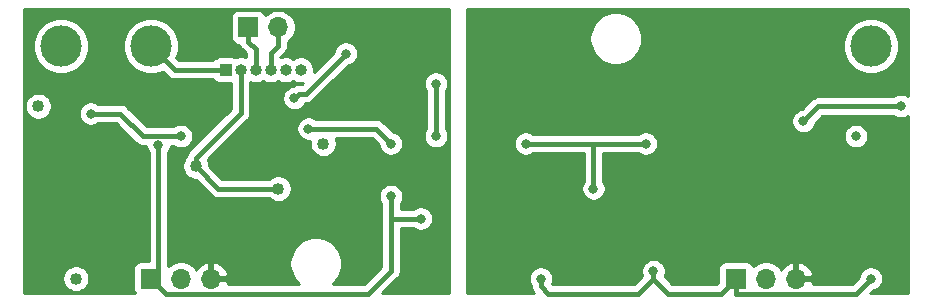
<source format=gbr>
G04 #@! TF.GenerationSoftware,KiCad,Pcbnew,(5.1.5)-3*
G04 #@! TF.CreationDate,2020-05-18T11:13:30-07:00*
G04 #@! TF.ProjectId,Conductivity_Sensor,436f6e64-7563-4746-9976-6974795f5365,rev?*
G04 #@! TF.SameCoordinates,Original*
G04 #@! TF.FileFunction,Copper,L2,Bot*
G04 #@! TF.FilePolarity,Positive*
%FSLAX46Y46*%
G04 Gerber Fmt 4.6, Leading zero omitted, Abs format (unit mm)*
G04 Created by KiCad (PCBNEW (5.1.5)-3) date 2020-05-18 11:13:30*
%MOMM*%
%LPD*%
G04 APERTURE LIST*
%ADD10O,1.700000X1.700000*%
%ADD11R,1.700000X1.700000*%
%ADD12R,1.000000X1.000000*%
%ADD13O,1.000000X1.000000*%
%ADD14C,3.500120*%
%ADD15C,0.800000*%
%ADD16C,1.016000*%
%ADD17C,0.381000*%
%ADD18C,0.254000*%
G04 APERTURE END LIST*
D10*
X123799600Y-53009800D03*
D11*
X121259600Y-53009800D03*
X113030000Y-74295000D03*
D10*
X115570000Y-74295000D03*
X118110000Y-74295000D03*
X167640000Y-74295000D03*
X165100000Y-74295000D03*
D11*
X162560000Y-74295000D03*
D12*
X119354600Y-56616600D03*
D13*
X120624600Y-56616600D03*
X121894600Y-56616600D03*
X123164600Y-56616600D03*
X124434600Y-56616600D03*
X125704600Y-56616600D03*
D14*
X105410000Y-54610000D03*
X113030000Y-54610000D03*
X173990000Y-54610000D03*
D15*
X121920000Y-59690000D03*
X115570000Y-66675000D03*
X109220000Y-69850000D03*
X146050000Y-69215000D03*
X171450000Y-70485000D03*
X153670000Y-70485000D03*
X142240000Y-53340000D03*
X135890000Y-53340000D03*
D16*
X106680000Y-74295000D03*
D15*
X146050000Y-74295000D03*
X173990000Y-74295000D03*
X168275000Y-60960000D03*
X155575000Y-73660000D03*
X126365000Y-61595000D03*
X133350000Y-67310000D03*
X176530000Y-59690000D03*
X113665000Y-63020500D03*
X133350000Y-62865000D03*
X135890000Y-69215000D03*
D16*
X123825000Y-66675000D03*
X116840000Y-64770000D03*
D15*
X107950000Y-60325000D03*
X115570000Y-62230000D03*
X137160000Y-62230000D03*
X137160000Y-57785000D03*
X129540000Y-55245000D03*
X125171200Y-59029600D03*
D16*
X103505000Y-59690000D03*
X127635000Y-62865000D03*
D15*
X144780000Y-62865000D03*
X154940000Y-62865000D03*
X172720000Y-62230000D03*
X150495000Y-66675000D03*
D17*
X169545000Y-59690000D02*
X168275000Y-60960000D01*
X176530000Y-59690000D02*
X169545000Y-59690000D01*
X146050000Y-74295000D02*
X146050000Y-74930000D01*
X146050000Y-74930000D02*
X146685000Y-75565000D01*
X154305000Y-75565000D02*
X155575000Y-74295000D01*
X155575000Y-74295000D02*
X156845000Y-75565000D01*
X161290000Y-75565000D02*
X162560000Y-74295000D01*
X173990000Y-74295000D02*
X172720000Y-75565000D01*
X162599000Y-75565000D02*
X162560000Y-75526000D01*
X162560000Y-75526000D02*
X162560000Y-74295000D01*
X172720000Y-75565000D02*
X162599000Y-75565000D01*
X113665000Y-73660000D02*
X113030000Y-74295000D01*
X113665000Y-63020500D02*
X113665000Y-73660000D01*
X133350000Y-73660000D02*
X131445000Y-75565000D01*
X131445000Y-75565000D02*
X114300000Y-75565000D01*
X114300000Y-75565000D02*
X113030000Y-74295000D01*
X126365000Y-61595000D02*
X132080000Y-61595000D01*
X132080000Y-61595000D02*
X133350000Y-62865000D01*
X133350000Y-67310000D02*
X133350000Y-69215000D01*
X133350000Y-69215000D02*
X133350000Y-73660000D01*
X135890000Y-69215000D02*
X133350000Y-69215000D01*
X146685000Y-75565000D02*
X154305000Y-75565000D01*
X156845000Y-75565000D02*
X161290000Y-75565000D01*
X155575000Y-74295000D02*
X155575000Y-73660000D01*
X114325400Y-55905400D02*
X113030000Y-54610000D01*
X115036600Y-56616600D02*
X113030000Y-54610000D01*
X119354600Y-56616600D02*
X115036600Y-56616600D01*
X123825000Y-66675000D02*
X118745000Y-66675000D01*
X118745000Y-66675000D02*
X116840000Y-64770000D01*
X120624600Y-57323706D02*
X120624600Y-56616600D01*
X120624600Y-60266980D02*
X120624600Y-57323706D01*
X116840000Y-64051580D02*
X120624600Y-60266980D01*
X116840000Y-64770000D02*
X116840000Y-64051580D01*
X121259600Y-53009800D02*
X121259600Y-54240800D01*
X121259600Y-54240800D02*
X121920000Y-54901200D01*
X121894600Y-54926600D02*
X121894600Y-56616600D01*
X121920000Y-54901200D02*
X121894600Y-54926600D01*
X123799600Y-54588694D02*
X123799600Y-53009800D01*
X123164600Y-56616600D02*
X123164600Y-55223694D01*
X123164600Y-55223694D02*
X123799600Y-54588694D01*
X112325685Y-62230000D02*
X115570000Y-62230000D01*
X109855000Y-60325000D02*
X110420685Y-60325000D01*
X110420685Y-60325000D02*
X112325685Y-62230000D01*
X109855000Y-60325000D02*
X107950000Y-60325000D01*
X137160000Y-58420000D02*
X137160000Y-62230000D01*
X137160000Y-57785000D02*
X137160000Y-58420000D01*
X150495000Y-62865000D02*
X150495000Y-66675000D01*
X150495000Y-62865000D02*
X154940000Y-62865000D01*
X144780000Y-62865000D02*
X150495000Y-62865000D01*
X129540000Y-55245000D02*
X127000000Y-57785000D01*
X126155399Y-58629601D02*
X127000000Y-57785000D01*
X125571199Y-58629601D02*
X126155399Y-58629601D01*
X125171200Y-59029600D02*
X125571199Y-58629601D01*
D18*
G36*
X177140001Y-58852806D02*
G01*
X177020256Y-58772795D01*
X176831898Y-58694774D01*
X176631939Y-58655000D01*
X176428061Y-58655000D01*
X176228102Y-58694774D01*
X176039744Y-58772795D01*
X175902497Y-58864500D01*
X169585550Y-58864500D01*
X169544999Y-58860506D01*
X169504449Y-58864500D01*
X169504447Y-58864500D01*
X169383174Y-58876444D01*
X169227566Y-58923647D01*
X169134111Y-58973601D01*
X169084157Y-59000301D01*
X169047694Y-59030226D01*
X168958459Y-59103459D01*
X168932606Y-59134961D01*
X168134996Y-59932572D01*
X167973102Y-59964774D01*
X167784744Y-60042795D01*
X167615226Y-60156063D01*
X167471063Y-60300226D01*
X167357795Y-60469744D01*
X167279774Y-60658102D01*
X167240000Y-60858061D01*
X167240000Y-61061939D01*
X167279774Y-61261898D01*
X167357795Y-61450256D01*
X167471063Y-61619774D01*
X167615226Y-61763937D01*
X167784744Y-61877205D01*
X167973102Y-61955226D01*
X168173061Y-61995000D01*
X168376939Y-61995000D01*
X168576898Y-61955226D01*
X168765256Y-61877205D01*
X168934774Y-61763937D01*
X169078937Y-61619774D01*
X169192205Y-61450256D01*
X169270226Y-61261898D01*
X169302428Y-61100004D01*
X169886933Y-60515500D01*
X175902497Y-60515500D01*
X176039744Y-60607205D01*
X176228102Y-60685226D01*
X176428061Y-60725000D01*
X176631939Y-60725000D01*
X176831898Y-60685226D01*
X177020256Y-60607205D01*
X177140001Y-60527194D01*
X177140000Y-75540000D01*
X173912432Y-75540000D01*
X174130004Y-75322428D01*
X174291898Y-75290226D01*
X174480256Y-75212205D01*
X174649774Y-75098937D01*
X174793937Y-74954774D01*
X174907205Y-74785256D01*
X174985226Y-74596898D01*
X175025000Y-74396939D01*
X175025000Y-74193061D01*
X174985226Y-73993102D01*
X174907205Y-73804744D01*
X174793937Y-73635226D01*
X174649774Y-73491063D01*
X174480256Y-73377795D01*
X174291898Y-73299774D01*
X174091939Y-73260000D01*
X173888061Y-73260000D01*
X173688102Y-73299774D01*
X173499744Y-73377795D01*
X173330226Y-73491063D01*
X173186063Y-73635226D01*
X173072795Y-73804744D01*
X172994774Y-73993102D01*
X172962572Y-74154996D01*
X172378068Y-74739500D01*
X169050403Y-74739500D01*
X169081481Y-74651891D01*
X168960814Y-74422000D01*
X167767000Y-74422000D01*
X167767000Y-74442000D01*
X167513000Y-74442000D01*
X167513000Y-74422000D01*
X167493000Y-74422000D01*
X167493000Y-74168000D01*
X167513000Y-74168000D01*
X167513000Y-72974845D01*
X167767000Y-72974845D01*
X167767000Y-74168000D01*
X168960814Y-74168000D01*
X169081481Y-73938109D01*
X168984157Y-73663748D01*
X168835178Y-73413645D01*
X168640269Y-73197412D01*
X168406920Y-73023359D01*
X168144099Y-72898175D01*
X167996890Y-72853524D01*
X167767000Y-72974845D01*
X167513000Y-72974845D01*
X167283110Y-72853524D01*
X167135901Y-72898175D01*
X166873080Y-73023359D01*
X166639731Y-73197412D01*
X166444822Y-73413645D01*
X166375195Y-73530534D01*
X166253475Y-73348368D01*
X166046632Y-73141525D01*
X165803411Y-72979010D01*
X165533158Y-72867068D01*
X165246260Y-72810000D01*
X164953740Y-72810000D01*
X164666842Y-72867068D01*
X164396589Y-72979010D01*
X164153368Y-73141525D01*
X164021513Y-73273380D01*
X163999502Y-73200820D01*
X163940537Y-73090506D01*
X163861185Y-72993815D01*
X163764494Y-72914463D01*
X163654180Y-72855498D01*
X163534482Y-72819188D01*
X163410000Y-72806928D01*
X161710000Y-72806928D01*
X161585518Y-72819188D01*
X161465820Y-72855498D01*
X161355506Y-72914463D01*
X161258815Y-72993815D01*
X161179463Y-73090506D01*
X161120498Y-73200820D01*
X161084188Y-73320518D01*
X161071928Y-73445000D01*
X161071928Y-74615640D01*
X160948068Y-74739500D01*
X157186933Y-74739500D01*
X156523100Y-74075668D01*
X156570226Y-73961898D01*
X156610000Y-73761939D01*
X156610000Y-73558061D01*
X156570226Y-73358102D01*
X156492205Y-73169744D01*
X156378937Y-73000226D01*
X156234774Y-72856063D01*
X156065256Y-72742795D01*
X155876898Y-72664774D01*
X155676939Y-72625000D01*
X155473061Y-72625000D01*
X155273102Y-72664774D01*
X155084744Y-72742795D01*
X154915226Y-72856063D01*
X154771063Y-73000226D01*
X154657795Y-73169744D01*
X154579774Y-73358102D01*
X154540000Y-73558061D01*
X154540000Y-73761939D01*
X154579774Y-73961898D01*
X154626899Y-74075668D01*
X153963068Y-74739500D01*
X147026933Y-74739500D01*
X146998101Y-74710668D01*
X147045226Y-74596898D01*
X147085000Y-74396939D01*
X147085000Y-74193061D01*
X147045226Y-73993102D01*
X146967205Y-73804744D01*
X146853937Y-73635226D01*
X146709774Y-73491063D01*
X146540256Y-73377795D01*
X146351898Y-73299774D01*
X146151939Y-73260000D01*
X145948061Y-73260000D01*
X145748102Y-73299774D01*
X145559744Y-73377795D01*
X145390226Y-73491063D01*
X145246063Y-73635226D01*
X145132795Y-73804744D01*
X145054774Y-73993102D01*
X145015000Y-74193061D01*
X145015000Y-74396939D01*
X145054774Y-74596898D01*
X145132795Y-74785256D01*
X145221663Y-74918256D01*
X145220506Y-74930000D01*
X145224500Y-74970550D01*
X145224500Y-74970553D01*
X145236444Y-75091826D01*
X145262086Y-75176355D01*
X145283647Y-75247433D01*
X145360301Y-75390842D01*
X145407600Y-75448475D01*
X145463460Y-75516541D01*
X145492045Y-75540000D01*
X139827000Y-75540000D01*
X139827000Y-62763061D01*
X143745000Y-62763061D01*
X143745000Y-62966939D01*
X143784774Y-63166898D01*
X143862795Y-63355256D01*
X143976063Y-63524774D01*
X144120226Y-63668937D01*
X144289744Y-63782205D01*
X144478102Y-63860226D01*
X144678061Y-63900000D01*
X144881939Y-63900000D01*
X145081898Y-63860226D01*
X145270256Y-63782205D01*
X145407503Y-63690500D01*
X149669500Y-63690500D01*
X149669501Y-66047496D01*
X149577795Y-66184744D01*
X149499774Y-66373102D01*
X149460000Y-66573061D01*
X149460000Y-66776939D01*
X149499774Y-66976898D01*
X149577795Y-67165256D01*
X149691063Y-67334774D01*
X149835226Y-67478937D01*
X150004744Y-67592205D01*
X150193102Y-67670226D01*
X150393061Y-67710000D01*
X150596939Y-67710000D01*
X150796898Y-67670226D01*
X150985256Y-67592205D01*
X151154774Y-67478937D01*
X151298937Y-67334774D01*
X151412205Y-67165256D01*
X151490226Y-66976898D01*
X151530000Y-66776939D01*
X151530000Y-66573061D01*
X151490226Y-66373102D01*
X151412205Y-66184744D01*
X151320500Y-66047497D01*
X151320500Y-63690500D01*
X154312497Y-63690500D01*
X154449744Y-63782205D01*
X154638102Y-63860226D01*
X154838061Y-63900000D01*
X155041939Y-63900000D01*
X155241898Y-63860226D01*
X155430256Y-63782205D01*
X155599774Y-63668937D01*
X155743937Y-63524774D01*
X155857205Y-63355256D01*
X155935226Y-63166898D01*
X155975000Y-62966939D01*
X155975000Y-62763061D01*
X155935226Y-62563102D01*
X155857205Y-62374744D01*
X155743937Y-62205226D01*
X155666772Y-62128061D01*
X171685000Y-62128061D01*
X171685000Y-62331939D01*
X171724774Y-62531898D01*
X171802795Y-62720256D01*
X171916063Y-62889774D01*
X172060226Y-63033937D01*
X172229744Y-63147205D01*
X172418102Y-63225226D01*
X172618061Y-63265000D01*
X172821939Y-63265000D01*
X173021898Y-63225226D01*
X173210256Y-63147205D01*
X173379774Y-63033937D01*
X173523937Y-62889774D01*
X173637205Y-62720256D01*
X173715226Y-62531898D01*
X173755000Y-62331939D01*
X173755000Y-62128061D01*
X173715226Y-61928102D01*
X173637205Y-61739744D01*
X173523937Y-61570226D01*
X173379774Y-61426063D01*
X173210256Y-61312795D01*
X173021898Y-61234774D01*
X172821939Y-61195000D01*
X172618061Y-61195000D01*
X172418102Y-61234774D01*
X172229744Y-61312795D01*
X172060226Y-61426063D01*
X171916063Y-61570226D01*
X171802795Y-61739744D01*
X171724774Y-61928102D01*
X171685000Y-62128061D01*
X155666772Y-62128061D01*
X155599774Y-62061063D01*
X155430256Y-61947795D01*
X155241898Y-61869774D01*
X155041939Y-61830000D01*
X154838061Y-61830000D01*
X154638102Y-61869774D01*
X154449744Y-61947795D01*
X154312497Y-62039500D01*
X150535553Y-62039500D01*
X150495000Y-62035506D01*
X150454447Y-62039500D01*
X145407503Y-62039500D01*
X145270256Y-61947795D01*
X145081898Y-61869774D01*
X144881939Y-61830000D01*
X144678061Y-61830000D01*
X144478102Y-61869774D01*
X144289744Y-61947795D01*
X144120226Y-62061063D01*
X143976063Y-62205226D01*
X143862795Y-62374744D01*
X143784774Y-62563102D01*
X143745000Y-62763061D01*
X139827000Y-62763061D01*
X139827000Y-53754872D01*
X150165000Y-53754872D01*
X150165000Y-54195128D01*
X150250890Y-54626925D01*
X150419369Y-55033669D01*
X150663962Y-55399729D01*
X150975271Y-55711038D01*
X151341331Y-55955631D01*
X151748075Y-56124110D01*
X152179872Y-56210000D01*
X152620128Y-56210000D01*
X153051925Y-56124110D01*
X153458669Y-55955631D01*
X153824729Y-55711038D01*
X154136038Y-55399729D01*
X154380631Y-55033669D01*
X154549110Y-54626925D01*
X154599202Y-54375092D01*
X171604940Y-54375092D01*
X171604940Y-54844908D01*
X171696597Y-55305696D01*
X171876387Y-55739749D01*
X172137403Y-56130387D01*
X172469613Y-56462597D01*
X172860251Y-56723613D01*
X173294304Y-56903403D01*
X173755092Y-56995060D01*
X174224908Y-56995060D01*
X174685696Y-56903403D01*
X175119749Y-56723613D01*
X175510387Y-56462597D01*
X175842597Y-56130387D01*
X176103613Y-55739749D01*
X176283403Y-55305696D01*
X176375060Y-54844908D01*
X176375060Y-54375092D01*
X176283403Y-53914304D01*
X176103613Y-53480251D01*
X175842597Y-53089613D01*
X175510387Y-52757403D01*
X175119749Y-52496387D01*
X174685696Y-52316597D01*
X174224908Y-52224940D01*
X173755092Y-52224940D01*
X173294304Y-52316597D01*
X172860251Y-52496387D01*
X172469613Y-52757403D01*
X172137403Y-53089613D01*
X171876387Y-53480251D01*
X171696597Y-53914304D01*
X171604940Y-54375092D01*
X154599202Y-54375092D01*
X154635000Y-54195128D01*
X154635000Y-53754872D01*
X154549110Y-53323075D01*
X154380631Y-52916331D01*
X154136038Y-52550271D01*
X153824729Y-52238962D01*
X153458669Y-51994369D01*
X153051925Y-51825890D01*
X152620128Y-51740000D01*
X152179872Y-51740000D01*
X151748075Y-51825890D01*
X151341331Y-51994369D01*
X150975271Y-52238962D01*
X150663962Y-52550271D01*
X150419369Y-52916331D01*
X150250890Y-53323075D01*
X150165000Y-53754872D01*
X139827000Y-53754872D01*
X139827000Y-51460000D01*
X177140001Y-51460000D01*
X177140001Y-58852806D01*
G37*
X177140001Y-58852806D02*
X177020256Y-58772795D01*
X176831898Y-58694774D01*
X176631939Y-58655000D01*
X176428061Y-58655000D01*
X176228102Y-58694774D01*
X176039744Y-58772795D01*
X175902497Y-58864500D01*
X169585550Y-58864500D01*
X169544999Y-58860506D01*
X169504449Y-58864500D01*
X169504447Y-58864500D01*
X169383174Y-58876444D01*
X169227566Y-58923647D01*
X169134111Y-58973601D01*
X169084157Y-59000301D01*
X169047694Y-59030226D01*
X168958459Y-59103459D01*
X168932606Y-59134961D01*
X168134996Y-59932572D01*
X167973102Y-59964774D01*
X167784744Y-60042795D01*
X167615226Y-60156063D01*
X167471063Y-60300226D01*
X167357795Y-60469744D01*
X167279774Y-60658102D01*
X167240000Y-60858061D01*
X167240000Y-61061939D01*
X167279774Y-61261898D01*
X167357795Y-61450256D01*
X167471063Y-61619774D01*
X167615226Y-61763937D01*
X167784744Y-61877205D01*
X167973102Y-61955226D01*
X168173061Y-61995000D01*
X168376939Y-61995000D01*
X168576898Y-61955226D01*
X168765256Y-61877205D01*
X168934774Y-61763937D01*
X169078937Y-61619774D01*
X169192205Y-61450256D01*
X169270226Y-61261898D01*
X169302428Y-61100004D01*
X169886933Y-60515500D01*
X175902497Y-60515500D01*
X176039744Y-60607205D01*
X176228102Y-60685226D01*
X176428061Y-60725000D01*
X176631939Y-60725000D01*
X176831898Y-60685226D01*
X177020256Y-60607205D01*
X177140001Y-60527194D01*
X177140000Y-75540000D01*
X173912432Y-75540000D01*
X174130004Y-75322428D01*
X174291898Y-75290226D01*
X174480256Y-75212205D01*
X174649774Y-75098937D01*
X174793937Y-74954774D01*
X174907205Y-74785256D01*
X174985226Y-74596898D01*
X175025000Y-74396939D01*
X175025000Y-74193061D01*
X174985226Y-73993102D01*
X174907205Y-73804744D01*
X174793937Y-73635226D01*
X174649774Y-73491063D01*
X174480256Y-73377795D01*
X174291898Y-73299774D01*
X174091939Y-73260000D01*
X173888061Y-73260000D01*
X173688102Y-73299774D01*
X173499744Y-73377795D01*
X173330226Y-73491063D01*
X173186063Y-73635226D01*
X173072795Y-73804744D01*
X172994774Y-73993102D01*
X172962572Y-74154996D01*
X172378068Y-74739500D01*
X169050403Y-74739500D01*
X169081481Y-74651891D01*
X168960814Y-74422000D01*
X167767000Y-74422000D01*
X167767000Y-74442000D01*
X167513000Y-74442000D01*
X167513000Y-74422000D01*
X167493000Y-74422000D01*
X167493000Y-74168000D01*
X167513000Y-74168000D01*
X167513000Y-72974845D01*
X167767000Y-72974845D01*
X167767000Y-74168000D01*
X168960814Y-74168000D01*
X169081481Y-73938109D01*
X168984157Y-73663748D01*
X168835178Y-73413645D01*
X168640269Y-73197412D01*
X168406920Y-73023359D01*
X168144099Y-72898175D01*
X167996890Y-72853524D01*
X167767000Y-72974845D01*
X167513000Y-72974845D01*
X167283110Y-72853524D01*
X167135901Y-72898175D01*
X166873080Y-73023359D01*
X166639731Y-73197412D01*
X166444822Y-73413645D01*
X166375195Y-73530534D01*
X166253475Y-73348368D01*
X166046632Y-73141525D01*
X165803411Y-72979010D01*
X165533158Y-72867068D01*
X165246260Y-72810000D01*
X164953740Y-72810000D01*
X164666842Y-72867068D01*
X164396589Y-72979010D01*
X164153368Y-73141525D01*
X164021513Y-73273380D01*
X163999502Y-73200820D01*
X163940537Y-73090506D01*
X163861185Y-72993815D01*
X163764494Y-72914463D01*
X163654180Y-72855498D01*
X163534482Y-72819188D01*
X163410000Y-72806928D01*
X161710000Y-72806928D01*
X161585518Y-72819188D01*
X161465820Y-72855498D01*
X161355506Y-72914463D01*
X161258815Y-72993815D01*
X161179463Y-73090506D01*
X161120498Y-73200820D01*
X161084188Y-73320518D01*
X161071928Y-73445000D01*
X161071928Y-74615640D01*
X160948068Y-74739500D01*
X157186933Y-74739500D01*
X156523100Y-74075668D01*
X156570226Y-73961898D01*
X156610000Y-73761939D01*
X156610000Y-73558061D01*
X156570226Y-73358102D01*
X156492205Y-73169744D01*
X156378937Y-73000226D01*
X156234774Y-72856063D01*
X156065256Y-72742795D01*
X155876898Y-72664774D01*
X155676939Y-72625000D01*
X155473061Y-72625000D01*
X155273102Y-72664774D01*
X155084744Y-72742795D01*
X154915226Y-72856063D01*
X154771063Y-73000226D01*
X154657795Y-73169744D01*
X154579774Y-73358102D01*
X154540000Y-73558061D01*
X154540000Y-73761939D01*
X154579774Y-73961898D01*
X154626899Y-74075668D01*
X153963068Y-74739500D01*
X147026933Y-74739500D01*
X146998101Y-74710668D01*
X147045226Y-74596898D01*
X147085000Y-74396939D01*
X147085000Y-74193061D01*
X147045226Y-73993102D01*
X146967205Y-73804744D01*
X146853937Y-73635226D01*
X146709774Y-73491063D01*
X146540256Y-73377795D01*
X146351898Y-73299774D01*
X146151939Y-73260000D01*
X145948061Y-73260000D01*
X145748102Y-73299774D01*
X145559744Y-73377795D01*
X145390226Y-73491063D01*
X145246063Y-73635226D01*
X145132795Y-73804744D01*
X145054774Y-73993102D01*
X145015000Y-74193061D01*
X145015000Y-74396939D01*
X145054774Y-74596898D01*
X145132795Y-74785256D01*
X145221663Y-74918256D01*
X145220506Y-74930000D01*
X145224500Y-74970550D01*
X145224500Y-74970553D01*
X145236444Y-75091826D01*
X145262086Y-75176355D01*
X145283647Y-75247433D01*
X145360301Y-75390842D01*
X145407600Y-75448475D01*
X145463460Y-75516541D01*
X145492045Y-75540000D01*
X139827000Y-75540000D01*
X139827000Y-62763061D01*
X143745000Y-62763061D01*
X143745000Y-62966939D01*
X143784774Y-63166898D01*
X143862795Y-63355256D01*
X143976063Y-63524774D01*
X144120226Y-63668937D01*
X144289744Y-63782205D01*
X144478102Y-63860226D01*
X144678061Y-63900000D01*
X144881939Y-63900000D01*
X145081898Y-63860226D01*
X145270256Y-63782205D01*
X145407503Y-63690500D01*
X149669500Y-63690500D01*
X149669501Y-66047496D01*
X149577795Y-66184744D01*
X149499774Y-66373102D01*
X149460000Y-66573061D01*
X149460000Y-66776939D01*
X149499774Y-66976898D01*
X149577795Y-67165256D01*
X149691063Y-67334774D01*
X149835226Y-67478937D01*
X150004744Y-67592205D01*
X150193102Y-67670226D01*
X150393061Y-67710000D01*
X150596939Y-67710000D01*
X150796898Y-67670226D01*
X150985256Y-67592205D01*
X151154774Y-67478937D01*
X151298937Y-67334774D01*
X151412205Y-67165256D01*
X151490226Y-66976898D01*
X151530000Y-66776939D01*
X151530000Y-66573061D01*
X151490226Y-66373102D01*
X151412205Y-66184744D01*
X151320500Y-66047497D01*
X151320500Y-63690500D01*
X154312497Y-63690500D01*
X154449744Y-63782205D01*
X154638102Y-63860226D01*
X154838061Y-63900000D01*
X155041939Y-63900000D01*
X155241898Y-63860226D01*
X155430256Y-63782205D01*
X155599774Y-63668937D01*
X155743937Y-63524774D01*
X155857205Y-63355256D01*
X155935226Y-63166898D01*
X155975000Y-62966939D01*
X155975000Y-62763061D01*
X155935226Y-62563102D01*
X155857205Y-62374744D01*
X155743937Y-62205226D01*
X155666772Y-62128061D01*
X171685000Y-62128061D01*
X171685000Y-62331939D01*
X171724774Y-62531898D01*
X171802795Y-62720256D01*
X171916063Y-62889774D01*
X172060226Y-63033937D01*
X172229744Y-63147205D01*
X172418102Y-63225226D01*
X172618061Y-63265000D01*
X172821939Y-63265000D01*
X173021898Y-63225226D01*
X173210256Y-63147205D01*
X173379774Y-63033937D01*
X173523937Y-62889774D01*
X173637205Y-62720256D01*
X173715226Y-62531898D01*
X173755000Y-62331939D01*
X173755000Y-62128061D01*
X173715226Y-61928102D01*
X173637205Y-61739744D01*
X173523937Y-61570226D01*
X173379774Y-61426063D01*
X173210256Y-61312795D01*
X173021898Y-61234774D01*
X172821939Y-61195000D01*
X172618061Y-61195000D01*
X172418102Y-61234774D01*
X172229744Y-61312795D01*
X172060226Y-61426063D01*
X171916063Y-61570226D01*
X171802795Y-61739744D01*
X171724774Y-61928102D01*
X171685000Y-62128061D01*
X155666772Y-62128061D01*
X155599774Y-62061063D01*
X155430256Y-61947795D01*
X155241898Y-61869774D01*
X155041939Y-61830000D01*
X154838061Y-61830000D01*
X154638102Y-61869774D01*
X154449744Y-61947795D01*
X154312497Y-62039500D01*
X150535553Y-62039500D01*
X150495000Y-62035506D01*
X150454447Y-62039500D01*
X145407503Y-62039500D01*
X145270256Y-61947795D01*
X145081898Y-61869774D01*
X144881939Y-61830000D01*
X144678061Y-61830000D01*
X144478102Y-61869774D01*
X144289744Y-61947795D01*
X144120226Y-62061063D01*
X143976063Y-62205226D01*
X143862795Y-62374744D01*
X143784774Y-62563102D01*
X143745000Y-62763061D01*
X139827000Y-62763061D01*
X139827000Y-53754872D01*
X150165000Y-53754872D01*
X150165000Y-54195128D01*
X150250890Y-54626925D01*
X150419369Y-55033669D01*
X150663962Y-55399729D01*
X150975271Y-55711038D01*
X151341331Y-55955631D01*
X151748075Y-56124110D01*
X152179872Y-56210000D01*
X152620128Y-56210000D01*
X153051925Y-56124110D01*
X153458669Y-55955631D01*
X153824729Y-55711038D01*
X154136038Y-55399729D01*
X154380631Y-55033669D01*
X154549110Y-54626925D01*
X154599202Y-54375092D01*
X171604940Y-54375092D01*
X171604940Y-54844908D01*
X171696597Y-55305696D01*
X171876387Y-55739749D01*
X172137403Y-56130387D01*
X172469613Y-56462597D01*
X172860251Y-56723613D01*
X173294304Y-56903403D01*
X173755092Y-56995060D01*
X174224908Y-56995060D01*
X174685696Y-56903403D01*
X175119749Y-56723613D01*
X175510387Y-56462597D01*
X175842597Y-56130387D01*
X176103613Y-55739749D01*
X176283403Y-55305696D01*
X176375060Y-54844908D01*
X176375060Y-54375092D01*
X176283403Y-53914304D01*
X176103613Y-53480251D01*
X175842597Y-53089613D01*
X175510387Y-52757403D01*
X175119749Y-52496387D01*
X174685696Y-52316597D01*
X174224908Y-52224940D01*
X173755092Y-52224940D01*
X173294304Y-52316597D01*
X172860251Y-52496387D01*
X172469613Y-52757403D01*
X172137403Y-53089613D01*
X171876387Y-53480251D01*
X171696597Y-53914304D01*
X171604940Y-54375092D01*
X154599202Y-54375092D01*
X154635000Y-54195128D01*
X154635000Y-53754872D01*
X154549110Y-53323075D01*
X154380631Y-52916331D01*
X154136038Y-52550271D01*
X153824729Y-52238962D01*
X153458669Y-51994369D01*
X153051925Y-51825890D01*
X152620128Y-51740000D01*
X152179872Y-51740000D01*
X151748075Y-51825890D01*
X151341331Y-51994369D01*
X150975271Y-52238962D01*
X150663962Y-52550271D01*
X150419369Y-52916331D01*
X150250890Y-53323075D01*
X150165000Y-53754872D01*
X139827000Y-53754872D01*
X139827000Y-51460000D01*
X177140001Y-51460000D01*
X177140001Y-58852806D01*
G36*
X138303000Y-75540000D02*
G01*
X132637433Y-75540000D01*
X133905045Y-74272389D01*
X133936541Y-74246541D01*
X133962389Y-74215045D01*
X133962392Y-74215042D01*
X134039699Y-74120843D01*
X134116353Y-73977434D01*
X134159815Y-73834158D01*
X134163556Y-73821826D01*
X134175500Y-73700553D01*
X134175500Y-73700551D01*
X134179494Y-73660000D01*
X134175500Y-73619450D01*
X134175500Y-70040500D01*
X135262497Y-70040500D01*
X135399744Y-70132205D01*
X135588102Y-70210226D01*
X135788061Y-70250000D01*
X135991939Y-70250000D01*
X136191898Y-70210226D01*
X136380256Y-70132205D01*
X136549774Y-70018937D01*
X136693937Y-69874774D01*
X136807205Y-69705256D01*
X136885226Y-69516898D01*
X136925000Y-69316939D01*
X136925000Y-69113061D01*
X136885226Y-68913102D01*
X136807205Y-68724744D01*
X136693937Y-68555226D01*
X136549774Y-68411063D01*
X136380256Y-68297795D01*
X136191898Y-68219774D01*
X135991939Y-68180000D01*
X135788061Y-68180000D01*
X135588102Y-68219774D01*
X135399744Y-68297795D01*
X135262497Y-68389500D01*
X134175500Y-68389500D01*
X134175500Y-67937503D01*
X134267205Y-67800256D01*
X134345226Y-67611898D01*
X134385000Y-67411939D01*
X134385000Y-67208061D01*
X134345226Y-67008102D01*
X134267205Y-66819744D01*
X134153937Y-66650226D01*
X134009774Y-66506063D01*
X133840256Y-66392795D01*
X133651898Y-66314774D01*
X133451939Y-66275000D01*
X133248061Y-66275000D01*
X133048102Y-66314774D01*
X132859744Y-66392795D01*
X132690226Y-66506063D01*
X132546063Y-66650226D01*
X132432795Y-66819744D01*
X132354774Y-67008102D01*
X132315000Y-67208061D01*
X132315000Y-67411939D01*
X132354774Y-67611898D01*
X132432795Y-67800256D01*
X132524500Y-67937503D01*
X132524501Y-69174437D01*
X132520506Y-69215000D01*
X132524500Y-69255553D01*
X132524501Y-73318065D01*
X131103068Y-74739500D01*
X128446267Y-74739500D01*
X128736038Y-74449729D01*
X128980631Y-74083669D01*
X129149110Y-73676925D01*
X129235000Y-73245128D01*
X129235000Y-72804872D01*
X129149110Y-72373075D01*
X128980631Y-71966331D01*
X128736038Y-71600271D01*
X128424729Y-71288962D01*
X128058669Y-71044369D01*
X127651925Y-70875890D01*
X127220128Y-70790000D01*
X126779872Y-70790000D01*
X126348075Y-70875890D01*
X125941331Y-71044369D01*
X125575271Y-71288962D01*
X125263962Y-71600271D01*
X125019369Y-71966331D01*
X124850890Y-72373075D01*
X124765000Y-72804872D01*
X124765000Y-73245128D01*
X124850890Y-73676925D01*
X125019369Y-74083669D01*
X125263962Y-74449729D01*
X125553733Y-74739500D01*
X119520403Y-74739500D01*
X119551481Y-74651891D01*
X119430814Y-74422000D01*
X118237000Y-74422000D01*
X118237000Y-74442000D01*
X117983000Y-74442000D01*
X117983000Y-74422000D01*
X117963000Y-74422000D01*
X117963000Y-74168000D01*
X117983000Y-74168000D01*
X117983000Y-72974845D01*
X118237000Y-72974845D01*
X118237000Y-74168000D01*
X119430814Y-74168000D01*
X119551481Y-73938109D01*
X119454157Y-73663748D01*
X119305178Y-73413645D01*
X119110269Y-73197412D01*
X118876920Y-73023359D01*
X118614099Y-72898175D01*
X118466890Y-72853524D01*
X118237000Y-72974845D01*
X117983000Y-72974845D01*
X117753110Y-72853524D01*
X117605901Y-72898175D01*
X117343080Y-73023359D01*
X117109731Y-73197412D01*
X116914822Y-73413645D01*
X116845195Y-73530534D01*
X116723475Y-73348368D01*
X116516632Y-73141525D01*
X116273411Y-72979010D01*
X116003158Y-72867068D01*
X115716260Y-72810000D01*
X115423740Y-72810000D01*
X115136842Y-72867068D01*
X114866589Y-72979010D01*
X114623368Y-73141525D01*
X114491513Y-73273380D01*
X114490500Y-73270041D01*
X114490500Y-63648003D01*
X114582205Y-63510756D01*
X114660226Y-63322398D01*
X114700000Y-63122439D01*
X114700000Y-63055500D01*
X114942497Y-63055500D01*
X115079744Y-63147205D01*
X115268102Y-63225226D01*
X115468061Y-63265000D01*
X115671939Y-63265000D01*
X115871898Y-63225226D01*
X116060256Y-63147205D01*
X116229774Y-63033937D01*
X116373937Y-62889774D01*
X116487205Y-62720256D01*
X116565226Y-62531898D01*
X116605000Y-62331939D01*
X116605000Y-62128061D01*
X116565226Y-61928102D01*
X116487205Y-61739744D01*
X116373937Y-61570226D01*
X116229774Y-61426063D01*
X116060256Y-61312795D01*
X115871898Y-61234774D01*
X115671939Y-61195000D01*
X115468061Y-61195000D01*
X115268102Y-61234774D01*
X115079744Y-61312795D01*
X114942497Y-61404500D01*
X112667619Y-61404500D01*
X111033083Y-59769966D01*
X111007226Y-59738459D01*
X110881527Y-59635301D01*
X110738119Y-59558647D01*
X110582511Y-59511444D01*
X110461238Y-59499500D01*
X110461235Y-59499500D01*
X110420685Y-59495506D01*
X110380135Y-59499500D01*
X108577503Y-59499500D01*
X108440256Y-59407795D01*
X108251898Y-59329774D01*
X108051939Y-59290000D01*
X107848061Y-59290000D01*
X107648102Y-59329774D01*
X107459744Y-59407795D01*
X107290226Y-59521063D01*
X107146063Y-59665226D01*
X107032795Y-59834744D01*
X106954774Y-60023102D01*
X106915000Y-60223061D01*
X106915000Y-60426939D01*
X106954774Y-60626898D01*
X107032795Y-60815256D01*
X107146063Y-60984774D01*
X107290226Y-61128937D01*
X107459744Y-61242205D01*
X107648102Y-61320226D01*
X107848061Y-61360000D01*
X108051939Y-61360000D01*
X108251898Y-61320226D01*
X108440256Y-61242205D01*
X108577503Y-61150500D01*
X110078753Y-61150500D01*
X111713296Y-62785045D01*
X111739144Y-62816541D01*
X111770640Y-62842389D01*
X111770643Y-62842392D01*
X111864842Y-62919699D01*
X111973122Y-62977576D01*
X112008251Y-62996353D01*
X112163859Y-63043556D01*
X112285132Y-63055500D01*
X112285134Y-63055500D01*
X112325685Y-63059494D01*
X112366235Y-63055500D01*
X112630000Y-63055500D01*
X112630000Y-63122439D01*
X112669774Y-63322398D01*
X112747795Y-63510756D01*
X112839500Y-63648003D01*
X112839501Y-72806928D01*
X112180000Y-72806928D01*
X112055518Y-72819188D01*
X111935820Y-72855498D01*
X111825506Y-72914463D01*
X111728815Y-72993815D01*
X111649463Y-73090506D01*
X111590498Y-73200820D01*
X111554188Y-73320518D01*
X111541928Y-73445000D01*
X111541928Y-75145000D01*
X111554188Y-75269482D01*
X111590498Y-75389180D01*
X111649463Y-75499494D01*
X111682705Y-75540000D01*
X102260000Y-75540000D01*
X102260000Y-74182424D01*
X105537000Y-74182424D01*
X105537000Y-74407576D01*
X105580925Y-74628401D01*
X105667087Y-74836413D01*
X105792174Y-75023620D01*
X105951380Y-75182826D01*
X106138587Y-75307913D01*
X106346599Y-75394075D01*
X106567424Y-75438000D01*
X106792576Y-75438000D01*
X107013401Y-75394075D01*
X107221413Y-75307913D01*
X107408620Y-75182826D01*
X107567826Y-75023620D01*
X107692913Y-74836413D01*
X107779075Y-74628401D01*
X107823000Y-74407576D01*
X107823000Y-74182424D01*
X107779075Y-73961599D01*
X107692913Y-73753587D01*
X107567826Y-73566380D01*
X107408620Y-73407174D01*
X107221413Y-73282087D01*
X107013401Y-73195925D01*
X106792576Y-73152000D01*
X106567424Y-73152000D01*
X106346599Y-73195925D01*
X106138587Y-73282087D01*
X105951380Y-73407174D01*
X105792174Y-73566380D01*
X105667087Y-73753587D01*
X105580925Y-73961599D01*
X105537000Y-74182424D01*
X102260000Y-74182424D01*
X102260000Y-59577424D01*
X102362000Y-59577424D01*
X102362000Y-59802576D01*
X102405925Y-60023401D01*
X102492087Y-60231413D01*
X102617174Y-60418620D01*
X102776380Y-60577826D01*
X102963587Y-60702913D01*
X103171599Y-60789075D01*
X103392424Y-60833000D01*
X103617576Y-60833000D01*
X103838401Y-60789075D01*
X104046413Y-60702913D01*
X104233620Y-60577826D01*
X104392826Y-60418620D01*
X104517913Y-60231413D01*
X104604075Y-60023401D01*
X104648000Y-59802576D01*
X104648000Y-59577424D01*
X104604075Y-59356599D01*
X104517913Y-59148587D01*
X104392826Y-58961380D01*
X104233620Y-58802174D01*
X104046413Y-58677087D01*
X103838401Y-58590925D01*
X103617576Y-58547000D01*
X103392424Y-58547000D01*
X103171599Y-58590925D01*
X102963587Y-58677087D01*
X102776380Y-58802174D01*
X102617174Y-58961380D01*
X102492087Y-59148587D01*
X102405925Y-59356599D01*
X102362000Y-59577424D01*
X102260000Y-59577424D01*
X102260000Y-54375092D01*
X103024940Y-54375092D01*
X103024940Y-54844908D01*
X103116597Y-55305696D01*
X103296387Y-55739749D01*
X103557403Y-56130387D01*
X103889613Y-56462597D01*
X104280251Y-56723613D01*
X104714304Y-56903403D01*
X105175092Y-56995060D01*
X105644908Y-56995060D01*
X106105696Y-56903403D01*
X106539749Y-56723613D01*
X106930387Y-56462597D01*
X107262597Y-56130387D01*
X107523613Y-55739749D01*
X107703403Y-55305696D01*
X107795060Y-54844908D01*
X107795060Y-54375092D01*
X110644940Y-54375092D01*
X110644940Y-54844908D01*
X110736597Y-55305696D01*
X110916387Y-55739749D01*
X111177403Y-56130387D01*
X111509613Y-56462597D01*
X111900251Y-56723613D01*
X112334304Y-56903403D01*
X112795092Y-56995060D01*
X113264908Y-56995060D01*
X113725696Y-56903403D01*
X114029946Y-56777379D01*
X114424206Y-57171639D01*
X114450059Y-57203141D01*
X114514196Y-57255777D01*
X114575757Y-57306299D01*
X114684190Y-57364258D01*
X114719166Y-57382953D01*
X114874774Y-57430156D01*
X114996047Y-57442100D01*
X114996049Y-57442100D01*
X115036600Y-57446094D01*
X115077150Y-57442100D01*
X118308565Y-57442100D01*
X118324063Y-57471094D01*
X118403415Y-57567785D01*
X118500106Y-57647137D01*
X118610420Y-57706102D01*
X118730118Y-57742412D01*
X118854600Y-57754672D01*
X119799101Y-57754672D01*
X119799100Y-59925046D01*
X116284961Y-63439187D01*
X116253460Y-63465039D01*
X116227609Y-63496539D01*
X116150301Y-63590738D01*
X116073647Y-63734147D01*
X116059069Y-63782205D01*
X116026444Y-63889754D01*
X116017993Y-63975561D01*
X115952174Y-64041380D01*
X115827087Y-64228587D01*
X115740925Y-64436599D01*
X115697000Y-64657424D01*
X115697000Y-64882576D01*
X115740925Y-65103401D01*
X115827087Y-65311413D01*
X115952174Y-65498620D01*
X116111380Y-65657826D01*
X116298587Y-65782913D01*
X116506599Y-65869075D01*
X116727424Y-65913000D01*
X116815567Y-65913000D01*
X118132611Y-67230045D01*
X118158459Y-67261541D01*
X118189955Y-67287389D01*
X118189958Y-67287392D01*
X118284157Y-67364699D01*
X118427566Y-67441353D01*
X118583174Y-67488556D01*
X118704447Y-67500500D01*
X118704449Y-67500500D01*
X118745000Y-67504494D01*
X118785550Y-67500500D01*
X123034054Y-67500500D01*
X123096380Y-67562826D01*
X123283587Y-67687913D01*
X123491599Y-67774075D01*
X123712424Y-67818000D01*
X123937576Y-67818000D01*
X124158401Y-67774075D01*
X124366413Y-67687913D01*
X124553620Y-67562826D01*
X124712826Y-67403620D01*
X124837913Y-67216413D01*
X124924075Y-67008401D01*
X124968000Y-66787576D01*
X124968000Y-66562424D01*
X124924075Y-66341599D01*
X124837913Y-66133587D01*
X124712826Y-65946380D01*
X124553620Y-65787174D01*
X124366413Y-65662087D01*
X124158401Y-65575925D01*
X123937576Y-65532000D01*
X123712424Y-65532000D01*
X123491599Y-65575925D01*
X123283587Y-65662087D01*
X123096380Y-65787174D01*
X123034054Y-65849500D01*
X119086934Y-65849500D01*
X117983000Y-64745567D01*
X117983000Y-64657424D01*
X117939075Y-64436599D01*
X117852913Y-64228587D01*
X117843906Y-64215107D01*
X120565952Y-61493061D01*
X125330000Y-61493061D01*
X125330000Y-61696939D01*
X125369774Y-61896898D01*
X125447795Y-62085256D01*
X125561063Y-62254774D01*
X125705226Y-62398937D01*
X125874744Y-62512205D01*
X126063102Y-62590226D01*
X126263061Y-62630000D01*
X126466939Y-62630000D01*
X126518387Y-62619766D01*
X126492000Y-62752424D01*
X126492000Y-62977576D01*
X126535925Y-63198401D01*
X126622087Y-63406413D01*
X126747174Y-63593620D01*
X126906380Y-63752826D01*
X127093587Y-63877913D01*
X127301599Y-63964075D01*
X127522424Y-64008000D01*
X127747576Y-64008000D01*
X127968401Y-63964075D01*
X128176413Y-63877913D01*
X128363620Y-63752826D01*
X128522826Y-63593620D01*
X128647913Y-63406413D01*
X128734075Y-63198401D01*
X128778000Y-62977576D01*
X128778000Y-62752424D01*
X128734075Y-62531599D01*
X128688056Y-62420500D01*
X131738068Y-62420500D01*
X132322572Y-63005004D01*
X132354774Y-63166898D01*
X132432795Y-63355256D01*
X132546063Y-63524774D01*
X132690226Y-63668937D01*
X132859744Y-63782205D01*
X133048102Y-63860226D01*
X133248061Y-63900000D01*
X133451939Y-63900000D01*
X133651898Y-63860226D01*
X133840256Y-63782205D01*
X134009774Y-63668937D01*
X134153937Y-63524774D01*
X134267205Y-63355256D01*
X134345226Y-63166898D01*
X134385000Y-62966939D01*
X134385000Y-62763061D01*
X134345226Y-62563102D01*
X134267205Y-62374744D01*
X134153937Y-62205226D01*
X134009774Y-62061063D01*
X133840256Y-61947795D01*
X133651898Y-61869774D01*
X133490004Y-61837572D01*
X132692398Y-61039966D01*
X132666541Y-61008459D01*
X132540842Y-60905301D01*
X132397434Y-60828647D01*
X132241826Y-60781444D01*
X132120553Y-60769500D01*
X132120550Y-60769500D01*
X132080000Y-60765506D01*
X132039450Y-60769500D01*
X126992503Y-60769500D01*
X126855256Y-60677795D01*
X126666898Y-60599774D01*
X126466939Y-60560000D01*
X126263061Y-60560000D01*
X126063102Y-60599774D01*
X125874744Y-60677795D01*
X125705226Y-60791063D01*
X125561063Y-60935226D01*
X125447795Y-61104744D01*
X125369774Y-61293102D01*
X125330000Y-61493061D01*
X120565952Y-61493061D01*
X121179646Y-60879368D01*
X121211141Y-60853521D01*
X121236989Y-60822025D01*
X121236992Y-60822022D01*
X121314299Y-60727823D01*
X121390953Y-60584414D01*
X121398359Y-60560000D01*
X121438156Y-60428806D01*
X121450100Y-60307533D01*
X121450100Y-60307531D01*
X121454094Y-60266980D01*
X121450100Y-60226430D01*
X121450100Y-57660997D01*
X121563533Y-57707983D01*
X121782812Y-57751600D01*
X122006388Y-57751600D01*
X122225667Y-57707983D01*
X122432224Y-57622424D01*
X122529600Y-57557359D01*
X122626976Y-57622424D01*
X122833533Y-57707983D01*
X123052812Y-57751600D01*
X123276388Y-57751600D01*
X123495667Y-57707983D01*
X123702224Y-57622424D01*
X123799600Y-57557359D01*
X123896976Y-57622424D01*
X124103533Y-57707983D01*
X124322812Y-57751600D01*
X124546388Y-57751600D01*
X124765667Y-57707983D01*
X124972224Y-57622424D01*
X125069600Y-57557359D01*
X125166976Y-57622424D01*
X125373533Y-57707983D01*
X125592812Y-57751600D01*
X125816388Y-57751600D01*
X125878278Y-57739289D01*
X125813467Y-57804101D01*
X125611749Y-57804101D01*
X125571198Y-57800107D01*
X125530648Y-57804101D01*
X125530646Y-57804101D01*
X125409373Y-57816045D01*
X125253765Y-57863248D01*
X125110357Y-57939902D01*
X125035532Y-58001309D01*
X124869302Y-58034374D01*
X124680944Y-58112395D01*
X124511426Y-58225663D01*
X124367263Y-58369826D01*
X124253995Y-58539344D01*
X124175974Y-58727702D01*
X124136200Y-58927661D01*
X124136200Y-59131539D01*
X124175974Y-59331498D01*
X124253995Y-59519856D01*
X124367263Y-59689374D01*
X124511426Y-59833537D01*
X124680944Y-59946805D01*
X124869302Y-60024826D01*
X125069261Y-60064600D01*
X125273139Y-60064600D01*
X125473098Y-60024826D01*
X125661456Y-59946805D01*
X125830974Y-59833537D01*
X125975137Y-59689374D01*
X126088405Y-59519856D01*
X126115213Y-59455137D01*
X126155399Y-59459095D01*
X126195949Y-59455101D01*
X126195952Y-59455101D01*
X126317225Y-59443157D01*
X126472833Y-59395954D01*
X126616241Y-59319300D01*
X126741940Y-59216142D01*
X126767797Y-59184635D01*
X127612391Y-58340042D01*
X127612395Y-58340037D01*
X128269371Y-57683061D01*
X136125000Y-57683061D01*
X136125000Y-57886939D01*
X136164774Y-58086898D01*
X136242795Y-58275256D01*
X136334500Y-58412503D01*
X136334501Y-61602496D01*
X136242795Y-61739744D01*
X136164774Y-61928102D01*
X136125000Y-62128061D01*
X136125000Y-62331939D01*
X136164774Y-62531898D01*
X136242795Y-62720256D01*
X136356063Y-62889774D01*
X136500226Y-63033937D01*
X136669744Y-63147205D01*
X136858102Y-63225226D01*
X137058061Y-63265000D01*
X137261939Y-63265000D01*
X137461898Y-63225226D01*
X137650256Y-63147205D01*
X137819774Y-63033937D01*
X137963937Y-62889774D01*
X138077205Y-62720256D01*
X138155226Y-62531898D01*
X138195000Y-62331939D01*
X138195000Y-62128061D01*
X138155226Y-61928102D01*
X138077205Y-61739744D01*
X137985500Y-61602497D01*
X137985500Y-58412503D01*
X138077205Y-58275256D01*
X138155226Y-58086898D01*
X138195000Y-57886939D01*
X138195000Y-57683061D01*
X138155226Y-57483102D01*
X138077205Y-57294744D01*
X137963937Y-57125226D01*
X137819774Y-56981063D01*
X137650256Y-56867795D01*
X137461898Y-56789774D01*
X137261939Y-56750000D01*
X137058061Y-56750000D01*
X136858102Y-56789774D01*
X136669744Y-56867795D01*
X136500226Y-56981063D01*
X136356063Y-57125226D01*
X136242795Y-57294744D01*
X136164774Y-57483102D01*
X136125000Y-57683061D01*
X128269371Y-57683061D01*
X129680004Y-56272428D01*
X129841898Y-56240226D01*
X130030256Y-56162205D01*
X130199774Y-56048937D01*
X130343937Y-55904774D01*
X130457205Y-55735256D01*
X130535226Y-55546898D01*
X130575000Y-55346939D01*
X130575000Y-55143061D01*
X130535226Y-54943102D01*
X130457205Y-54754744D01*
X130343937Y-54585226D01*
X130199774Y-54441063D01*
X130030256Y-54327795D01*
X129841898Y-54249774D01*
X129641939Y-54210000D01*
X129438061Y-54210000D01*
X129238102Y-54249774D01*
X129049744Y-54327795D01*
X128880226Y-54441063D01*
X128736063Y-54585226D01*
X128622795Y-54754744D01*
X128544774Y-54943102D01*
X128512572Y-55104996D01*
X126827289Y-56790279D01*
X126839600Y-56728388D01*
X126839600Y-56504812D01*
X126795983Y-56285533D01*
X126710424Y-56078976D01*
X126586212Y-55893080D01*
X126428120Y-55734988D01*
X126242224Y-55610776D01*
X126035667Y-55525217D01*
X125816388Y-55481600D01*
X125592812Y-55481600D01*
X125373533Y-55525217D01*
X125166976Y-55610776D01*
X125069600Y-55675841D01*
X124972224Y-55610776D01*
X124765667Y-55525217D01*
X124546388Y-55481600D01*
X124322812Y-55481600D01*
X124103533Y-55525217D01*
X123990100Y-55572203D01*
X123990100Y-55565627D01*
X124354645Y-55201082D01*
X124386141Y-55175235D01*
X124411989Y-55143739D01*
X124411992Y-55143736D01*
X124489299Y-55049537D01*
X124565953Y-54906128D01*
X124584524Y-54844908D01*
X124613156Y-54750520D01*
X124625100Y-54629247D01*
X124625100Y-54629245D01*
X124629094Y-54588694D01*
X124625100Y-54548144D01*
X124625100Y-54244213D01*
X124746232Y-54163275D01*
X124953075Y-53956432D01*
X125115590Y-53713211D01*
X125227532Y-53442958D01*
X125284600Y-53156060D01*
X125284600Y-52863540D01*
X125227532Y-52576642D01*
X125115590Y-52306389D01*
X124953075Y-52063168D01*
X124746232Y-51856325D01*
X124503011Y-51693810D01*
X124232758Y-51581868D01*
X123945860Y-51524800D01*
X123653340Y-51524800D01*
X123366442Y-51581868D01*
X123096189Y-51693810D01*
X122852968Y-51856325D01*
X122721113Y-51988180D01*
X122699102Y-51915620D01*
X122640137Y-51805306D01*
X122560785Y-51708615D01*
X122464094Y-51629263D01*
X122353780Y-51570298D01*
X122234082Y-51533988D01*
X122109600Y-51521728D01*
X120409600Y-51521728D01*
X120285118Y-51533988D01*
X120165420Y-51570298D01*
X120055106Y-51629263D01*
X119958415Y-51708615D01*
X119879063Y-51805306D01*
X119820098Y-51915620D01*
X119783788Y-52035318D01*
X119771528Y-52159800D01*
X119771528Y-53859800D01*
X119783788Y-53984282D01*
X119820098Y-54103980D01*
X119879063Y-54214294D01*
X119958415Y-54310985D01*
X120055106Y-54390337D01*
X120165420Y-54449302D01*
X120285118Y-54485612D01*
X120409600Y-54497872D01*
X120474937Y-54497872D01*
X120493247Y-54558233D01*
X120569901Y-54701642D01*
X120621713Y-54764774D01*
X120673060Y-54827341D01*
X120704561Y-54853193D01*
X121069100Y-55217733D01*
X121069100Y-55572203D01*
X120955667Y-55525217D01*
X120736388Y-55481600D01*
X120512812Y-55481600D01*
X120293533Y-55525217D01*
X120181826Y-55571488D01*
X120098780Y-55527098D01*
X119979082Y-55490788D01*
X119854600Y-55478528D01*
X118854600Y-55478528D01*
X118730118Y-55490788D01*
X118610420Y-55527098D01*
X118500106Y-55586063D01*
X118403415Y-55665415D01*
X118324063Y-55762106D01*
X118308565Y-55791100D01*
X115378533Y-55791100D01*
X115197379Y-55609946D01*
X115323403Y-55305696D01*
X115415060Y-54844908D01*
X115415060Y-54375092D01*
X115323403Y-53914304D01*
X115143613Y-53480251D01*
X114882597Y-53089613D01*
X114550387Y-52757403D01*
X114159749Y-52496387D01*
X113725696Y-52316597D01*
X113264908Y-52224940D01*
X112795092Y-52224940D01*
X112334304Y-52316597D01*
X111900251Y-52496387D01*
X111509613Y-52757403D01*
X111177403Y-53089613D01*
X110916387Y-53480251D01*
X110736597Y-53914304D01*
X110644940Y-54375092D01*
X107795060Y-54375092D01*
X107703403Y-53914304D01*
X107523613Y-53480251D01*
X107262597Y-53089613D01*
X106930387Y-52757403D01*
X106539749Y-52496387D01*
X106105696Y-52316597D01*
X105644908Y-52224940D01*
X105175092Y-52224940D01*
X104714304Y-52316597D01*
X104280251Y-52496387D01*
X103889613Y-52757403D01*
X103557403Y-53089613D01*
X103296387Y-53480251D01*
X103116597Y-53914304D01*
X103024940Y-54375092D01*
X102260000Y-54375092D01*
X102260000Y-51460000D01*
X138303000Y-51460000D01*
X138303000Y-75540000D01*
G37*
X138303000Y-75540000D02*
X132637433Y-75540000D01*
X133905045Y-74272389D01*
X133936541Y-74246541D01*
X133962389Y-74215045D01*
X133962392Y-74215042D01*
X134039699Y-74120843D01*
X134116353Y-73977434D01*
X134159815Y-73834158D01*
X134163556Y-73821826D01*
X134175500Y-73700553D01*
X134175500Y-73700551D01*
X134179494Y-73660000D01*
X134175500Y-73619450D01*
X134175500Y-70040500D01*
X135262497Y-70040500D01*
X135399744Y-70132205D01*
X135588102Y-70210226D01*
X135788061Y-70250000D01*
X135991939Y-70250000D01*
X136191898Y-70210226D01*
X136380256Y-70132205D01*
X136549774Y-70018937D01*
X136693937Y-69874774D01*
X136807205Y-69705256D01*
X136885226Y-69516898D01*
X136925000Y-69316939D01*
X136925000Y-69113061D01*
X136885226Y-68913102D01*
X136807205Y-68724744D01*
X136693937Y-68555226D01*
X136549774Y-68411063D01*
X136380256Y-68297795D01*
X136191898Y-68219774D01*
X135991939Y-68180000D01*
X135788061Y-68180000D01*
X135588102Y-68219774D01*
X135399744Y-68297795D01*
X135262497Y-68389500D01*
X134175500Y-68389500D01*
X134175500Y-67937503D01*
X134267205Y-67800256D01*
X134345226Y-67611898D01*
X134385000Y-67411939D01*
X134385000Y-67208061D01*
X134345226Y-67008102D01*
X134267205Y-66819744D01*
X134153937Y-66650226D01*
X134009774Y-66506063D01*
X133840256Y-66392795D01*
X133651898Y-66314774D01*
X133451939Y-66275000D01*
X133248061Y-66275000D01*
X133048102Y-66314774D01*
X132859744Y-66392795D01*
X132690226Y-66506063D01*
X132546063Y-66650226D01*
X132432795Y-66819744D01*
X132354774Y-67008102D01*
X132315000Y-67208061D01*
X132315000Y-67411939D01*
X132354774Y-67611898D01*
X132432795Y-67800256D01*
X132524500Y-67937503D01*
X132524501Y-69174437D01*
X132520506Y-69215000D01*
X132524500Y-69255553D01*
X132524501Y-73318065D01*
X131103068Y-74739500D01*
X128446267Y-74739500D01*
X128736038Y-74449729D01*
X128980631Y-74083669D01*
X129149110Y-73676925D01*
X129235000Y-73245128D01*
X129235000Y-72804872D01*
X129149110Y-72373075D01*
X128980631Y-71966331D01*
X128736038Y-71600271D01*
X128424729Y-71288962D01*
X128058669Y-71044369D01*
X127651925Y-70875890D01*
X127220128Y-70790000D01*
X126779872Y-70790000D01*
X126348075Y-70875890D01*
X125941331Y-71044369D01*
X125575271Y-71288962D01*
X125263962Y-71600271D01*
X125019369Y-71966331D01*
X124850890Y-72373075D01*
X124765000Y-72804872D01*
X124765000Y-73245128D01*
X124850890Y-73676925D01*
X125019369Y-74083669D01*
X125263962Y-74449729D01*
X125553733Y-74739500D01*
X119520403Y-74739500D01*
X119551481Y-74651891D01*
X119430814Y-74422000D01*
X118237000Y-74422000D01*
X118237000Y-74442000D01*
X117983000Y-74442000D01*
X117983000Y-74422000D01*
X117963000Y-74422000D01*
X117963000Y-74168000D01*
X117983000Y-74168000D01*
X117983000Y-72974845D01*
X118237000Y-72974845D01*
X118237000Y-74168000D01*
X119430814Y-74168000D01*
X119551481Y-73938109D01*
X119454157Y-73663748D01*
X119305178Y-73413645D01*
X119110269Y-73197412D01*
X118876920Y-73023359D01*
X118614099Y-72898175D01*
X118466890Y-72853524D01*
X118237000Y-72974845D01*
X117983000Y-72974845D01*
X117753110Y-72853524D01*
X117605901Y-72898175D01*
X117343080Y-73023359D01*
X117109731Y-73197412D01*
X116914822Y-73413645D01*
X116845195Y-73530534D01*
X116723475Y-73348368D01*
X116516632Y-73141525D01*
X116273411Y-72979010D01*
X116003158Y-72867068D01*
X115716260Y-72810000D01*
X115423740Y-72810000D01*
X115136842Y-72867068D01*
X114866589Y-72979010D01*
X114623368Y-73141525D01*
X114491513Y-73273380D01*
X114490500Y-73270041D01*
X114490500Y-63648003D01*
X114582205Y-63510756D01*
X114660226Y-63322398D01*
X114700000Y-63122439D01*
X114700000Y-63055500D01*
X114942497Y-63055500D01*
X115079744Y-63147205D01*
X115268102Y-63225226D01*
X115468061Y-63265000D01*
X115671939Y-63265000D01*
X115871898Y-63225226D01*
X116060256Y-63147205D01*
X116229774Y-63033937D01*
X116373937Y-62889774D01*
X116487205Y-62720256D01*
X116565226Y-62531898D01*
X116605000Y-62331939D01*
X116605000Y-62128061D01*
X116565226Y-61928102D01*
X116487205Y-61739744D01*
X116373937Y-61570226D01*
X116229774Y-61426063D01*
X116060256Y-61312795D01*
X115871898Y-61234774D01*
X115671939Y-61195000D01*
X115468061Y-61195000D01*
X115268102Y-61234774D01*
X115079744Y-61312795D01*
X114942497Y-61404500D01*
X112667619Y-61404500D01*
X111033083Y-59769966D01*
X111007226Y-59738459D01*
X110881527Y-59635301D01*
X110738119Y-59558647D01*
X110582511Y-59511444D01*
X110461238Y-59499500D01*
X110461235Y-59499500D01*
X110420685Y-59495506D01*
X110380135Y-59499500D01*
X108577503Y-59499500D01*
X108440256Y-59407795D01*
X108251898Y-59329774D01*
X108051939Y-59290000D01*
X107848061Y-59290000D01*
X107648102Y-59329774D01*
X107459744Y-59407795D01*
X107290226Y-59521063D01*
X107146063Y-59665226D01*
X107032795Y-59834744D01*
X106954774Y-60023102D01*
X106915000Y-60223061D01*
X106915000Y-60426939D01*
X106954774Y-60626898D01*
X107032795Y-60815256D01*
X107146063Y-60984774D01*
X107290226Y-61128937D01*
X107459744Y-61242205D01*
X107648102Y-61320226D01*
X107848061Y-61360000D01*
X108051939Y-61360000D01*
X108251898Y-61320226D01*
X108440256Y-61242205D01*
X108577503Y-61150500D01*
X110078753Y-61150500D01*
X111713296Y-62785045D01*
X111739144Y-62816541D01*
X111770640Y-62842389D01*
X111770643Y-62842392D01*
X111864842Y-62919699D01*
X111973122Y-62977576D01*
X112008251Y-62996353D01*
X112163859Y-63043556D01*
X112285132Y-63055500D01*
X112285134Y-63055500D01*
X112325685Y-63059494D01*
X112366235Y-63055500D01*
X112630000Y-63055500D01*
X112630000Y-63122439D01*
X112669774Y-63322398D01*
X112747795Y-63510756D01*
X112839500Y-63648003D01*
X112839501Y-72806928D01*
X112180000Y-72806928D01*
X112055518Y-72819188D01*
X111935820Y-72855498D01*
X111825506Y-72914463D01*
X111728815Y-72993815D01*
X111649463Y-73090506D01*
X111590498Y-73200820D01*
X111554188Y-73320518D01*
X111541928Y-73445000D01*
X111541928Y-75145000D01*
X111554188Y-75269482D01*
X111590498Y-75389180D01*
X111649463Y-75499494D01*
X111682705Y-75540000D01*
X102260000Y-75540000D01*
X102260000Y-74182424D01*
X105537000Y-74182424D01*
X105537000Y-74407576D01*
X105580925Y-74628401D01*
X105667087Y-74836413D01*
X105792174Y-75023620D01*
X105951380Y-75182826D01*
X106138587Y-75307913D01*
X106346599Y-75394075D01*
X106567424Y-75438000D01*
X106792576Y-75438000D01*
X107013401Y-75394075D01*
X107221413Y-75307913D01*
X107408620Y-75182826D01*
X107567826Y-75023620D01*
X107692913Y-74836413D01*
X107779075Y-74628401D01*
X107823000Y-74407576D01*
X107823000Y-74182424D01*
X107779075Y-73961599D01*
X107692913Y-73753587D01*
X107567826Y-73566380D01*
X107408620Y-73407174D01*
X107221413Y-73282087D01*
X107013401Y-73195925D01*
X106792576Y-73152000D01*
X106567424Y-73152000D01*
X106346599Y-73195925D01*
X106138587Y-73282087D01*
X105951380Y-73407174D01*
X105792174Y-73566380D01*
X105667087Y-73753587D01*
X105580925Y-73961599D01*
X105537000Y-74182424D01*
X102260000Y-74182424D01*
X102260000Y-59577424D01*
X102362000Y-59577424D01*
X102362000Y-59802576D01*
X102405925Y-60023401D01*
X102492087Y-60231413D01*
X102617174Y-60418620D01*
X102776380Y-60577826D01*
X102963587Y-60702913D01*
X103171599Y-60789075D01*
X103392424Y-60833000D01*
X103617576Y-60833000D01*
X103838401Y-60789075D01*
X104046413Y-60702913D01*
X104233620Y-60577826D01*
X104392826Y-60418620D01*
X104517913Y-60231413D01*
X104604075Y-60023401D01*
X104648000Y-59802576D01*
X104648000Y-59577424D01*
X104604075Y-59356599D01*
X104517913Y-59148587D01*
X104392826Y-58961380D01*
X104233620Y-58802174D01*
X104046413Y-58677087D01*
X103838401Y-58590925D01*
X103617576Y-58547000D01*
X103392424Y-58547000D01*
X103171599Y-58590925D01*
X102963587Y-58677087D01*
X102776380Y-58802174D01*
X102617174Y-58961380D01*
X102492087Y-59148587D01*
X102405925Y-59356599D01*
X102362000Y-59577424D01*
X102260000Y-59577424D01*
X102260000Y-54375092D01*
X103024940Y-54375092D01*
X103024940Y-54844908D01*
X103116597Y-55305696D01*
X103296387Y-55739749D01*
X103557403Y-56130387D01*
X103889613Y-56462597D01*
X104280251Y-56723613D01*
X104714304Y-56903403D01*
X105175092Y-56995060D01*
X105644908Y-56995060D01*
X106105696Y-56903403D01*
X106539749Y-56723613D01*
X106930387Y-56462597D01*
X107262597Y-56130387D01*
X107523613Y-55739749D01*
X107703403Y-55305696D01*
X107795060Y-54844908D01*
X107795060Y-54375092D01*
X110644940Y-54375092D01*
X110644940Y-54844908D01*
X110736597Y-55305696D01*
X110916387Y-55739749D01*
X111177403Y-56130387D01*
X111509613Y-56462597D01*
X111900251Y-56723613D01*
X112334304Y-56903403D01*
X112795092Y-56995060D01*
X113264908Y-56995060D01*
X113725696Y-56903403D01*
X114029946Y-56777379D01*
X114424206Y-57171639D01*
X114450059Y-57203141D01*
X114514196Y-57255777D01*
X114575757Y-57306299D01*
X114684190Y-57364258D01*
X114719166Y-57382953D01*
X114874774Y-57430156D01*
X114996047Y-57442100D01*
X114996049Y-57442100D01*
X115036600Y-57446094D01*
X115077150Y-57442100D01*
X118308565Y-57442100D01*
X118324063Y-57471094D01*
X118403415Y-57567785D01*
X118500106Y-57647137D01*
X118610420Y-57706102D01*
X118730118Y-57742412D01*
X118854600Y-57754672D01*
X119799101Y-57754672D01*
X119799100Y-59925046D01*
X116284961Y-63439187D01*
X116253460Y-63465039D01*
X116227609Y-63496539D01*
X116150301Y-63590738D01*
X116073647Y-63734147D01*
X116059069Y-63782205D01*
X116026444Y-63889754D01*
X116017993Y-63975561D01*
X115952174Y-64041380D01*
X115827087Y-64228587D01*
X115740925Y-64436599D01*
X115697000Y-64657424D01*
X115697000Y-64882576D01*
X115740925Y-65103401D01*
X115827087Y-65311413D01*
X115952174Y-65498620D01*
X116111380Y-65657826D01*
X116298587Y-65782913D01*
X116506599Y-65869075D01*
X116727424Y-65913000D01*
X116815567Y-65913000D01*
X118132611Y-67230045D01*
X118158459Y-67261541D01*
X118189955Y-67287389D01*
X118189958Y-67287392D01*
X118284157Y-67364699D01*
X118427566Y-67441353D01*
X118583174Y-67488556D01*
X118704447Y-67500500D01*
X118704449Y-67500500D01*
X118745000Y-67504494D01*
X118785550Y-67500500D01*
X123034054Y-67500500D01*
X123096380Y-67562826D01*
X123283587Y-67687913D01*
X123491599Y-67774075D01*
X123712424Y-67818000D01*
X123937576Y-67818000D01*
X124158401Y-67774075D01*
X124366413Y-67687913D01*
X124553620Y-67562826D01*
X124712826Y-67403620D01*
X124837913Y-67216413D01*
X124924075Y-67008401D01*
X124968000Y-66787576D01*
X124968000Y-66562424D01*
X124924075Y-66341599D01*
X124837913Y-66133587D01*
X124712826Y-65946380D01*
X124553620Y-65787174D01*
X124366413Y-65662087D01*
X124158401Y-65575925D01*
X123937576Y-65532000D01*
X123712424Y-65532000D01*
X123491599Y-65575925D01*
X123283587Y-65662087D01*
X123096380Y-65787174D01*
X123034054Y-65849500D01*
X119086934Y-65849500D01*
X117983000Y-64745567D01*
X117983000Y-64657424D01*
X117939075Y-64436599D01*
X117852913Y-64228587D01*
X117843906Y-64215107D01*
X120565952Y-61493061D01*
X125330000Y-61493061D01*
X125330000Y-61696939D01*
X125369774Y-61896898D01*
X125447795Y-62085256D01*
X125561063Y-62254774D01*
X125705226Y-62398937D01*
X125874744Y-62512205D01*
X126063102Y-62590226D01*
X126263061Y-62630000D01*
X126466939Y-62630000D01*
X126518387Y-62619766D01*
X126492000Y-62752424D01*
X126492000Y-62977576D01*
X126535925Y-63198401D01*
X126622087Y-63406413D01*
X126747174Y-63593620D01*
X126906380Y-63752826D01*
X127093587Y-63877913D01*
X127301599Y-63964075D01*
X127522424Y-64008000D01*
X127747576Y-64008000D01*
X127968401Y-63964075D01*
X128176413Y-63877913D01*
X128363620Y-63752826D01*
X128522826Y-63593620D01*
X128647913Y-63406413D01*
X128734075Y-63198401D01*
X128778000Y-62977576D01*
X128778000Y-62752424D01*
X128734075Y-62531599D01*
X128688056Y-62420500D01*
X131738068Y-62420500D01*
X132322572Y-63005004D01*
X132354774Y-63166898D01*
X132432795Y-63355256D01*
X132546063Y-63524774D01*
X132690226Y-63668937D01*
X132859744Y-63782205D01*
X133048102Y-63860226D01*
X133248061Y-63900000D01*
X133451939Y-63900000D01*
X133651898Y-63860226D01*
X133840256Y-63782205D01*
X134009774Y-63668937D01*
X134153937Y-63524774D01*
X134267205Y-63355256D01*
X134345226Y-63166898D01*
X134385000Y-62966939D01*
X134385000Y-62763061D01*
X134345226Y-62563102D01*
X134267205Y-62374744D01*
X134153937Y-62205226D01*
X134009774Y-62061063D01*
X133840256Y-61947795D01*
X133651898Y-61869774D01*
X133490004Y-61837572D01*
X132692398Y-61039966D01*
X132666541Y-61008459D01*
X132540842Y-60905301D01*
X132397434Y-60828647D01*
X132241826Y-60781444D01*
X132120553Y-60769500D01*
X132120550Y-60769500D01*
X132080000Y-60765506D01*
X132039450Y-60769500D01*
X126992503Y-60769500D01*
X126855256Y-60677795D01*
X126666898Y-60599774D01*
X126466939Y-60560000D01*
X126263061Y-60560000D01*
X126063102Y-60599774D01*
X125874744Y-60677795D01*
X125705226Y-60791063D01*
X125561063Y-60935226D01*
X125447795Y-61104744D01*
X125369774Y-61293102D01*
X125330000Y-61493061D01*
X120565952Y-61493061D01*
X121179646Y-60879368D01*
X121211141Y-60853521D01*
X121236989Y-60822025D01*
X121236992Y-60822022D01*
X121314299Y-60727823D01*
X121390953Y-60584414D01*
X121398359Y-60560000D01*
X121438156Y-60428806D01*
X121450100Y-60307533D01*
X121450100Y-60307531D01*
X121454094Y-60266980D01*
X121450100Y-60226430D01*
X121450100Y-57660997D01*
X121563533Y-57707983D01*
X121782812Y-57751600D01*
X122006388Y-57751600D01*
X122225667Y-57707983D01*
X122432224Y-57622424D01*
X122529600Y-57557359D01*
X122626976Y-57622424D01*
X122833533Y-57707983D01*
X123052812Y-57751600D01*
X123276388Y-57751600D01*
X123495667Y-57707983D01*
X123702224Y-57622424D01*
X123799600Y-57557359D01*
X123896976Y-57622424D01*
X124103533Y-57707983D01*
X124322812Y-57751600D01*
X124546388Y-57751600D01*
X124765667Y-57707983D01*
X124972224Y-57622424D01*
X125069600Y-57557359D01*
X125166976Y-57622424D01*
X125373533Y-57707983D01*
X125592812Y-57751600D01*
X125816388Y-57751600D01*
X125878278Y-57739289D01*
X125813467Y-57804101D01*
X125611749Y-57804101D01*
X125571198Y-57800107D01*
X125530648Y-57804101D01*
X125530646Y-57804101D01*
X125409373Y-57816045D01*
X125253765Y-57863248D01*
X125110357Y-57939902D01*
X125035532Y-58001309D01*
X124869302Y-58034374D01*
X124680944Y-58112395D01*
X124511426Y-58225663D01*
X124367263Y-58369826D01*
X124253995Y-58539344D01*
X124175974Y-58727702D01*
X124136200Y-58927661D01*
X124136200Y-59131539D01*
X124175974Y-59331498D01*
X124253995Y-59519856D01*
X124367263Y-59689374D01*
X124511426Y-59833537D01*
X124680944Y-59946805D01*
X124869302Y-60024826D01*
X125069261Y-60064600D01*
X125273139Y-60064600D01*
X125473098Y-60024826D01*
X125661456Y-59946805D01*
X125830974Y-59833537D01*
X125975137Y-59689374D01*
X126088405Y-59519856D01*
X126115213Y-59455137D01*
X126155399Y-59459095D01*
X126195949Y-59455101D01*
X126195952Y-59455101D01*
X126317225Y-59443157D01*
X126472833Y-59395954D01*
X126616241Y-59319300D01*
X126741940Y-59216142D01*
X126767797Y-59184635D01*
X127612391Y-58340042D01*
X127612395Y-58340037D01*
X128269371Y-57683061D01*
X136125000Y-57683061D01*
X136125000Y-57886939D01*
X136164774Y-58086898D01*
X136242795Y-58275256D01*
X136334500Y-58412503D01*
X136334501Y-61602496D01*
X136242795Y-61739744D01*
X136164774Y-61928102D01*
X136125000Y-62128061D01*
X136125000Y-62331939D01*
X136164774Y-62531898D01*
X136242795Y-62720256D01*
X136356063Y-62889774D01*
X136500226Y-63033937D01*
X136669744Y-63147205D01*
X136858102Y-63225226D01*
X137058061Y-63265000D01*
X137261939Y-63265000D01*
X137461898Y-63225226D01*
X137650256Y-63147205D01*
X137819774Y-63033937D01*
X137963937Y-62889774D01*
X138077205Y-62720256D01*
X138155226Y-62531898D01*
X138195000Y-62331939D01*
X138195000Y-62128061D01*
X138155226Y-61928102D01*
X138077205Y-61739744D01*
X137985500Y-61602497D01*
X137985500Y-58412503D01*
X138077205Y-58275256D01*
X138155226Y-58086898D01*
X138195000Y-57886939D01*
X138195000Y-57683061D01*
X138155226Y-57483102D01*
X138077205Y-57294744D01*
X137963937Y-57125226D01*
X137819774Y-56981063D01*
X137650256Y-56867795D01*
X137461898Y-56789774D01*
X137261939Y-56750000D01*
X137058061Y-56750000D01*
X136858102Y-56789774D01*
X136669744Y-56867795D01*
X136500226Y-56981063D01*
X136356063Y-57125226D01*
X136242795Y-57294744D01*
X136164774Y-57483102D01*
X136125000Y-57683061D01*
X128269371Y-57683061D01*
X129680004Y-56272428D01*
X129841898Y-56240226D01*
X130030256Y-56162205D01*
X130199774Y-56048937D01*
X130343937Y-55904774D01*
X130457205Y-55735256D01*
X130535226Y-55546898D01*
X130575000Y-55346939D01*
X130575000Y-55143061D01*
X130535226Y-54943102D01*
X130457205Y-54754744D01*
X130343937Y-54585226D01*
X130199774Y-54441063D01*
X130030256Y-54327795D01*
X129841898Y-54249774D01*
X129641939Y-54210000D01*
X129438061Y-54210000D01*
X129238102Y-54249774D01*
X129049744Y-54327795D01*
X128880226Y-54441063D01*
X128736063Y-54585226D01*
X128622795Y-54754744D01*
X128544774Y-54943102D01*
X128512572Y-55104996D01*
X126827289Y-56790279D01*
X126839600Y-56728388D01*
X126839600Y-56504812D01*
X126795983Y-56285533D01*
X126710424Y-56078976D01*
X126586212Y-55893080D01*
X126428120Y-55734988D01*
X126242224Y-55610776D01*
X126035667Y-55525217D01*
X125816388Y-55481600D01*
X125592812Y-55481600D01*
X125373533Y-55525217D01*
X125166976Y-55610776D01*
X125069600Y-55675841D01*
X124972224Y-55610776D01*
X124765667Y-55525217D01*
X124546388Y-55481600D01*
X124322812Y-55481600D01*
X124103533Y-55525217D01*
X123990100Y-55572203D01*
X123990100Y-55565627D01*
X124354645Y-55201082D01*
X124386141Y-55175235D01*
X124411989Y-55143739D01*
X124411992Y-55143736D01*
X124489299Y-55049537D01*
X124565953Y-54906128D01*
X124584524Y-54844908D01*
X124613156Y-54750520D01*
X124625100Y-54629247D01*
X124625100Y-54629245D01*
X124629094Y-54588694D01*
X124625100Y-54548144D01*
X124625100Y-54244213D01*
X124746232Y-54163275D01*
X124953075Y-53956432D01*
X125115590Y-53713211D01*
X125227532Y-53442958D01*
X125284600Y-53156060D01*
X125284600Y-52863540D01*
X125227532Y-52576642D01*
X125115590Y-52306389D01*
X124953075Y-52063168D01*
X124746232Y-51856325D01*
X124503011Y-51693810D01*
X124232758Y-51581868D01*
X123945860Y-51524800D01*
X123653340Y-51524800D01*
X123366442Y-51581868D01*
X123096189Y-51693810D01*
X122852968Y-51856325D01*
X122721113Y-51988180D01*
X122699102Y-51915620D01*
X122640137Y-51805306D01*
X122560785Y-51708615D01*
X122464094Y-51629263D01*
X122353780Y-51570298D01*
X122234082Y-51533988D01*
X122109600Y-51521728D01*
X120409600Y-51521728D01*
X120285118Y-51533988D01*
X120165420Y-51570298D01*
X120055106Y-51629263D01*
X119958415Y-51708615D01*
X119879063Y-51805306D01*
X119820098Y-51915620D01*
X119783788Y-52035318D01*
X119771528Y-52159800D01*
X119771528Y-53859800D01*
X119783788Y-53984282D01*
X119820098Y-54103980D01*
X119879063Y-54214294D01*
X119958415Y-54310985D01*
X120055106Y-54390337D01*
X120165420Y-54449302D01*
X120285118Y-54485612D01*
X120409600Y-54497872D01*
X120474937Y-54497872D01*
X120493247Y-54558233D01*
X120569901Y-54701642D01*
X120621713Y-54764774D01*
X120673060Y-54827341D01*
X120704561Y-54853193D01*
X121069100Y-55217733D01*
X121069100Y-55572203D01*
X120955667Y-55525217D01*
X120736388Y-55481600D01*
X120512812Y-55481600D01*
X120293533Y-55525217D01*
X120181826Y-55571488D01*
X120098780Y-55527098D01*
X119979082Y-55490788D01*
X119854600Y-55478528D01*
X118854600Y-55478528D01*
X118730118Y-55490788D01*
X118610420Y-55527098D01*
X118500106Y-55586063D01*
X118403415Y-55665415D01*
X118324063Y-55762106D01*
X118308565Y-55791100D01*
X115378533Y-55791100D01*
X115197379Y-55609946D01*
X115323403Y-55305696D01*
X115415060Y-54844908D01*
X115415060Y-54375092D01*
X115323403Y-53914304D01*
X115143613Y-53480251D01*
X114882597Y-53089613D01*
X114550387Y-52757403D01*
X114159749Y-52496387D01*
X113725696Y-52316597D01*
X113264908Y-52224940D01*
X112795092Y-52224940D01*
X112334304Y-52316597D01*
X111900251Y-52496387D01*
X111509613Y-52757403D01*
X111177403Y-53089613D01*
X110916387Y-53480251D01*
X110736597Y-53914304D01*
X110644940Y-54375092D01*
X107795060Y-54375092D01*
X107703403Y-53914304D01*
X107523613Y-53480251D01*
X107262597Y-53089613D01*
X106930387Y-52757403D01*
X106539749Y-52496387D01*
X106105696Y-52316597D01*
X105644908Y-52224940D01*
X105175092Y-52224940D01*
X104714304Y-52316597D01*
X104280251Y-52496387D01*
X103889613Y-52757403D01*
X103557403Y-53089613D01*
X103296387Y-53480251D01*
X103116597Y-53914304D01*
X103024940Y-54375092D01*
X102260000Y-54375092D01*
X102260000Y-51460000D01*
X138303000Y-51460000D01*
X138303000Y-75540000D01*
M02*

</source>
